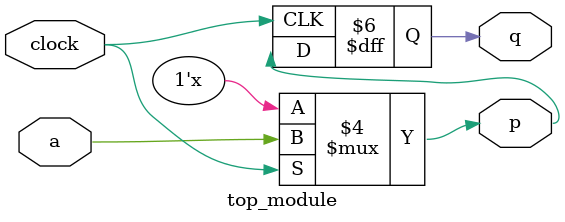
<source format=v>
module top_module (
    input clock,
    input a,
    output p,
    output q );
    always@(*)begin
        if(clock)
            p=a;
    end
    always@(negedge clock)begin
        q=p;
    end
endmodule

</source>
